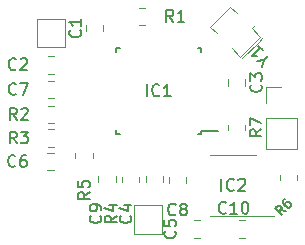
<source format=gbr>
%TF.GenerationSoftware,KiCad,Pcbnew,(6.0.9)*%
%TF.CreationDate,2024-03-30T18:12:03+01:00*%
%TF.ProjectId,HBW-IO-4-FM_Platine1,4842572d-494f-42d3-942d-464d5f506c61,rev?*%
%TF.SameCoordinates,Original*%
%TF.FileFunction,Legend,Top*%
%TF.FilePolarity,Positive*%
%FSLAX46Y46*%
G04 Gerber Fmt 4.6, Leading zero omitted, Abs format (unit mm)*
G04 Created by KiCad (PCBNEW (6.0.9)) date 2024-03-30 18:12:03*
%MOMM*%
%LPD*%
G01*
G04 APERTURE LIST*
%ADD10C,0.150000*%
%ADD11C,0.120000*%
G04 APERTURE END LIST*
D10*
%TO.C,C4*%
X131107142Y-99966666D02*
X131154761Y-100014285D01*
X131202380Y-100157142D01*
X131202380Y-100252380D01*
X131154761Y-100395238D01*
X131059523Y-100490476D01*
X130964285Y-100538095D01*
X130773809Y-100585714D01*
X130630952Y-100585714D01*
X130440476Y-100538095D01*
X130345238Y-100490476D01*
X130250000Y-100395238D01*
X130202380Y-100252380D01*
X130202380Y-100157142D01*
X130250000Y-100014285D01*
X130297619Y-99966666D01*
X130535714Y-99109523D02*
X131202380Y-99109523D01*
X130154761Y-99347619D02*
X130869047Y-99585714D01*
X130869047Y-98966666D01*
%TO.C,R2*%
X121483333Y-91852380D02*
X121150000Y-91376190D01*
X120911904Y-91852380D02*
X120911904Y-90852380D01*
X121292857Y-90852380D01*
X121388095Y-90900000D01*
X121435714Y-90947619D01*
X121483333Y-91042857D01*
X121483333Y-91185714D01*
X121435714Y-91280952D01*
X121388095Y-91328571D01*
X121292857Y-91376190D01*
X120911904Y-91376190D01*
X121864285Y-90947619D02*
X121911904Y-90900000D01*
X122007142Y-90852380D01*
X122245238Y-90852380D01*
X122340476Y-90900000D01*
X122388095Y-90947619D01*
X122435714Y-91042857D01*
X122435714Y-91138095D01*
X122388095Y-91280952D01*
X121816666Y-91852380D01*
X122435714Y-91852380D01*
%TO.C,R6*%
X144261624Y-99600186D02*
X143803688Y-99519374D01*
X143938375Y-99923435D02*
X143372690Y-99357749D01*
X143588189Y-99142250D01*
X143669001Y-99115312D01*
X143722876Y-99115312D01*
X143803688Y-99142250D01*
X143884500Y-99223062D01*
X143911438Y-99303874D01*
X143911438Y-99357749D01*
X143884500Y-99438561D01*
X143669001Y-99654061D01*
X144180812Y-98549627D02*
X144073062Y-98657377D01*
X144046125Y-98738189D01*
X144046125Y-98792064D01*
X144073062Y-98926751D01*
X144153874Y-99061438D01*
X144369374Y-99276937D01*
X144450186Y-99303874D01*
X144504061Y-99303874D01*
X144584873Y-99276937D01*
X144692622Y-99169187D01*
X144719560Y-99088375D01*
X144719560Y-99034500D01*
X144692622Y-98953688D01*
X144557935Y-98819001D01*
X144477123Y-98792064D01*
X144423248Y-98792064D01*
X144342436Y-98819001D01*
X144234687Y-98926751D01*
X144207749Y-99007563D01*
X144207749Y-99061438D01*
X144234687Y-99142250D01*
%TO.C,R3*%
X121483333Y-93852380D02*
X121150000Y-93376190D01*
X120911904Y-93852380D02*
X120911904Y-92852380D01*
X121292857Y-92852380D01*
X121388095Y-92900000D01*
X121435714Y-92947619D01*
X121483333Y-93042857D01*
X121483333Y-93185714D01*
X121435714Y-93280952D01*
X121388095Y-93328571D01*
X121292857Y-93376190D01*
X120911904Y-93376190D01*
X121816666Y-92852380D02*
X122435714Y-92852380D01*
X122102380Y-93233333D01*
X122245238Y-93233333D01*
X122340476Y-93280952D01*
X122388095Y-93328571D01*
X122435714Y-93423809D01*
X122435714Y-93661904D01*
X122388095Y-93757142D01*
X122340476Y-93804761D01*
X122245238Y-93852380D01*
X121959523Y-93852380D01*
X121864285Y-93804761D01*
X121816666Y-93757142D01*
%TO.C,C5*%
X134869642Y-101266666D02*
X134917261Y-101314285D01*
X134964880Y-101457142D01*
X134964880Y-101552380D01*
X134917261Y-101695238D01*
X134822023Y-101790476D01*
X134726785Y-101838095D01*
X134536309Y-101885714D01*
X134393452Y-101885714D01*
X134202976Y-101838095D01*
X134107738Y-101790476D01*
X134012500Y-101695238D01*
X133964880Y-101552380D01*
X133964880Y-101457142D01*
X134012500Y-101314285D01*
X134060119Y-101266666D01*
X133964880Y-100361904D02*
X133964880Y-100838095D01*
X134441071Y-100885714D01*
X134393452Y-100838095D01*
X134345833Y-100742857D01*
X134345833Y-100504761D01*
X134393452Y-100409523D01*
X134441071Y-100361904D01*
X134536309Y-100314285D01*
X134774404Y-100314285D01*
X134869642Y-100361904D01*
X134917261Y-100409523D01*
X134964880Y-100504761D01*
X134964880Y-100742857D01*
X134917261Y-100838095D01*
X134869642Y-100885714D01*
%TO.C,R4*%
X129952380Y-99966666D02*
X129476190Y-100300000D01*
X129952380Y-100538095D02*
X128952380Y-100538095D01*
X128952380Y-100157142D01*
X129000000Y-100061904D01*
X129047619Y-100014285D01*
X129142857Y-99966666D01*
X129285714Y-99966666D01*
X129380952Y-100014285D01*
X129428571Y-100061904D01*
X129476190Y-100157142D01*
X129476190Y-100538095D01*
X129285714Y-99109523D02*
X129952380Y-99109523D01*
X128904761Y-99347619D02*
X129619047Y-99585714D01*
X129619047Y-98966666D01*
%TO.C,C6*%
X121383333Y-95757142D02*
X121335714Y-95804761D01*
X121192857Y-95852380D01*
X121097619Y-95852380D01*
X120954761Y-95804761D01*
X120859523Y-95709523D01*
X120811904Y-95614285D01*
X120764285Y-95423809D01*
X120764285Y-95280952D01*
X120811904Y-95090476D01*
X120859523Y-94995238D01*
X120954761Y-94900000D01*
X121097619Y-94852380D01*
X121192857Y-94852380D01*
X121335714Y-94900000D01*
X121383333Y-94947619D01*
X122240476Y-94852380D02*
X122050000Y-94852380D01*
X121954761Y-94900000D01*
X121907142Y-94947619D01*
X121811904Y-95090476D01*
X121764285Y-95280952D01*
X121764285Y-95661904D01*
X121811904Y-95757142D01*
X121859523Y-95804761D01*
X121954761Y-95852380D01*
X122145238Y-95852380D01*
X122240476Y-95804761D01*
X122288095Y-95757142D01*
X122335714Y-95661904D01*
X122335714Y-95423809D01*
X122288095Y-95328571D01*
X122240476Y-95280952D01*
X122145238Y-95233333D01*
X121954761Y-95233333D01*
X121859523Y-95280952D01*
X121811904Y-95328571D01*
X121764285Y-95423809D01*
%TO.C,C1*%
X126857142Y-84266666D02*
X126904761Y-84314285D01*
X126952380Y-84457142D01*
X126952380Y-84552380D01*
X126904761Y-84695238D01*
X126809523Y-84790476D01*
X126714285Y-84838095D01*
X126523809Y-84885714D01*
X126380952Y-84885714D01*
X126190476Y-84838095D01*
X126095238Y-84790476D01*
X126000000Y-84695238D01*
X125952380Y-84552380D01*
X125952380Y-84457142D01*
X126000000Y-84314285D01*
X126047619Y-84266666D01*
X126952380Y-83314285D02*
X126952380Y-83885714D01*
X126952380Y-83600000D02*
X125952380Y-83600000D01*
X126095238Y-83695238D01*
X126190476Y-83790476D01*
X126238095Y-83885714D01*
%TO.C,Y1*%
X142419881Y-86753553D02*
X142756599Y-86416835D01*
X142285194Y-87359644D02*
X142419881Y-86753553D01*
X141813790Y-86888240D01*
X141914805Y-85575042D02*
X142318866Y-85979103D01*
X142116835Y-85777072D02*
X141409729Y-86484179D01*
X141578087Y-86450507D01*
X141712774Y-86450507D01*
X141813790Y-86484179D01*
%TO.C,C3*%
X142157142Y-88866666D02*
X142204761Y-88914285D01*
X142252380Y-89057142D01*
X142252380Y-89152380D01*
X142204761Y-89295238D01*
X142109523Y-89390476D01*
X142014285Y-89438095D01*
X141823809Y-89485714D01*
X141680952Y-89485714D01*
X141490476Y-89438095D01*
X141395238Y-89390476D01*
X141300000Y-89295238D01*
X141252380Y-89152380D01*
X141252380Y-89057142D01*
X141300000Y-88914285D01*
X141347619Y-88866666D01*
X141252380Y-88533333D02*
X141252380Y-87914285D01*
X141633333Y-88247619D01*
X141633333Y-88104761D01*
X141680952Y-88009523D01*
X141728571Y-87961904D01*
X141823809Y-87914285D01*
X142061904Y-87914285D01*
X142157142Y-87961904D01*
X142204761Y-88009523D01*
X142252380Y-88104761D01*
X142252380Y-88390476D01*
X142204761Y-88485714D01*
X142157142Y-88533333D01*
%TO.C,R1*%
X134733333Y-83552380D02*
X134400000Y-83076190D01*
X134161904Y-83552380D02*
X134161904Y-82552380D01*
X134542857Y-82552380D01*
X134638095Y-82600000D01*
X134685714Y-82647619D01*
X134733333Y-82742857D01*
X134733333Y-82885714D01*
X134685714Y-82980952D01*
X134638095Y-83028571D01*
X134542857Y-83076190D01*
X134161904Y-83076190D01*
X135685714Y-83552380D02*
X135114285Y-83552380D01*
X135400000Y-83552380D02*
X135400000Y-82552380D01*
X135304761Y-82695238D01*
X135209523Y-82790476D01*
X135114285Y-82838095D01*
%TO.C,R7*%
X142202380Y-92666666D02*
X141726190Y-93000000D01*
X142202380Y-93238095D02*
X141202380Y-93238095D01*
X141202380Y-92857142D01*
X141250000Y-92761904D01*
X141297619Y-92714285D01*
X141392857Y-92666666D01*
X141535714Y-92666666D01*
X141630952Y-92714285D01*
X141678571Y-92761904D01*
X141726190Y-92857142D01*
X141726190Y-93238095D01*
X141202380Y-92333333D02*
X141202380Y-91666666D01*
X142202380Y-92095238D01*
%TO.C,C7*%
X121433333Y-89657142D02*
X121385714Y-89704761D01*
X121242857Y-89752380D01*
X121147619Y-89752380D01*
X121004761Y-89704761D01*
X120909523Y-89609523D01*
X120861904Y-89514285D01*
X120814285Y-89323809D01*
X120814285Y-89180952D01*
X120861904Y-88990476D01*
X120909523Y-88895238D01*
X121004761Y-88800000D01*
X121147619Y-88752380D01*
X121242857Y-88752380D01*
X121385714Y-88800000D01*
X121433333Y-88847619D01*
X121766666Y-88752380D02*
X122433333Y-88752380D01*
X122004761Y-89752380D01*
%TO.C,C10*%
X139207142Y-99707142D02*
X139159523Y-99754761D01*
X139016666Y-99802380D01*
X138921428Y-99802380D01*
X138778571Y-99754761D01*
X138683333Y-99659523D01*
X138635714Y-99564285D01*
X138588095Y-99373809D01*
X138588095Y-99230952D01*
X138635714Y-99040476D01*
X138683333Y-98945238D01*
X138778571Y-98850000D01*
X138921428Y-98802380D01*
X139016666Y-98802380D01*
X139159523Y-98850000D01*
X139207142Y-98897619D01*
X140159523Y-99802380D02*
X139588095Y-99802380D01*
X139873809Y-99802380D02*
X139873809Y-98802380D01*
X139778571Y-98945238D01*
X139683333Y-99040476D01*
X139588095Y-99088095D01*
X140778571Y-98802380D02*
X140873809Y-98802380D01*
X140969047Y-98850000D01*
X141016666Y-98897619D01*
X141064285Y-98992857D01*
X141111904Y-99183333D01*
X141111904Y-99421428D01*
X141064285Y-99611904D01*
X141016666Y-99707142D01*
X140969047Y-99754761D01*
X140873809Y-99802380D01*
X140778571Y-99802380D01*
X140683333Y-99754761D01*
X140635714Y-99707142D01*
X140588095Y-99611904D01*
X140540476Y-99421428D01*
X140540476Y-99183333D01*
X140588095Y-98992857D01*
X140635714Y-98897619D01*
X140683333Y-98850000D01*
X140778571Y-98802380D01*
%TO.C,C2*%
X121433333Y-87557142D02*
X121385714Y-87604761D01*
X121242857Y-87652380D01*
X121147619Y-87652380D01*
X121004761Y-87604761D01*
X120909523Y-87509523D01*
X120861904Y-87414285D01*
X120814285Y-87223809D01*
X120814285Y-87080952D01*
X120861904Y-86890476D01*
X120909523Y-86795238D01*
X121004761Y-86700000D01*
X121147619Y-86652380D01*
X121242857Y-86652380D01*
X121385714Y-86700000D01*
X121433333Y-86747619D01*
X121814285Y-86747619D02*
X121861904Y-86700000D01*
X121957142Y-86652380D01*
X122195238Y-86652380D01*
X122290476Y-86700000D01*
X122338095Y-86747619D01*
X122385714Y-86842857D01*
X122385714Y-86938095D01*
X122338095Y-87080952D01*
X121766666Y-87652380D01*
X122385714Y-87652380D01*
%TO.C,C8*%
X134933333Y-99857142D02*
X134885714Y-99904761D01*
X134742857Y-99952380D01*
X134647619Y-99952380D01*
X134504761Y-99904761D01*
X134409523Y-99809523D01*
X134361904Y-99714285D01*
X134314285Y-99523809D01*
X134314285Y-99380952D01*
X134361904Y-99190476D01*
X134409523Y-99095238D01*
X134504761Y-99000000D01*
X134647619Y-98952380D01*
X134742857Y-98952380D01*
X134885714Y-99000000D01*
X134933333Y-99047619D01*
X135504761Y-99380952D02*
X135409523Y-99333333D01*
X135361904Y-99285714D01*
X135314285Y-99190476D01*
X135314285Y-99142857D01*
X135361904Y-99047619D01*
X135409523Y-99000000D01*
X135504761Y-98952380D01*
X135695238Y-98952380D01*
X135790476Y-99000000D01*
X135838095Y-99047619D01*
X135885714Y-99142857D01*
X135885714Y-99190476D01*
X135838095Y-99285714D01*
X135790476Y-99333333D01*
X135695238Y-99380952D01*
X135504761Y-99380952D01*
X135409523Y-99428571D01*
X135361904Y-99476190D01*
X135314285Y-99571428D01*
X135314285Y-99761904D01*
X135361904Y-99857142D01*
X135409523Y-99904761D01*
X135504761Y-99952380D01*
X135695238Y-99952380D01*
X135790476Y-99904761D01*
X135838095Y-99857142D01*
X135885714Y-99761904D01*
X135885714Y-99571428D01*
X135838095Y-99476190D01*
X135790476Y-99428571D01*
X135695238Y-99380952D01*
%TO.C,IC2*%
X138823809Y-97852380D02*
X138823809Y-96852380D01*
X139871428Y-97757142D02*
X139823809Y-97804761D01*
X139680952Y-97852380D01*
X139585714Y-97852380D01*
X139442857Y-97804761D01*
X139347619Y-97709523D01*
X139300000Y-97614285D01*
X139252380Y-97423809D01*
X139252380Y-97280952D01*
X139300000Y-97090476D01*
X139347619Y-96995238D01*
X139442857Y-96900000D01*
X139585714Y-96852380D01*
X139680952Y-96852380D01*
X139823809Y-96900000D01*
X139871428Y-96947619D01*
X140252380Y-96947619D02*
X140300000Y-96900000D01*
X140395238Y-96852380D01*
X140633333Y-96852380D01*
X140728571Y-96900000D01*
X140776190Y-96947619D01*
X140823809Y-97042857D01*
X140823809Y-97138095D01*
X140776190Y-97280952D01*
X140204761Y-97852380D01*
X140823809Y-97852380D01*
%TO.C,R5*%
X127652380Y-97966666D02*
X127176190Y-98300000D01*
X127652380Y-98538095D02*
X126652380Y-98538095D01*
X126652380Y-98157142D01*
X126700000Y-98061904D01*
X126747619Y-98014285D01*
X126842857Y-97966666D01*
X126985714Y-97966666D01*
X127080952Y-98014285D01*
X127128571Y-98061904D01*
X127176190Y-98157142D01*
X127176190Y-98538095D01*
X126652380Y-97061904D02*
X126652380Y-97538095D01*
X127128571Y-97585714D01*
X127080952Y-97538095D01*
X127033333Y-97442857D01*
X127033333Y-97204761D01*
X127080952Y-97109523D01*
X127128571Y-97061904D01*
X127223809Y-97014285D01*
X127461904Y-97014285D01*
X127557142Y-97061904D01*
X127604761Y-97109523D01*
X127652380Y-97204761D01*
X127652380Y-97442857D01*
X127604761Y-97538095D01*
X127557142Y-97585714D01*
%TO.C,IC1*%
X132523809Y-89852380D02*
X132523809Y-88852380D01*
X133571428Y-89757142D02*
X133523809Y-89804761D01*
X133380952Y-89852380D01*
X133285714Y-89852380D01*
X133142857Y-89804761D01*
X133047619Y-89709523D01*
X133000000Y-89614285D01*
X132952380Y-89423809D01*
X132952380Y-89280952D01*
X133000000Y-89090476D01*
X133047619Y-88995238D01*
X133142857Y-88900000D01*
X133285714Y-88852380D01*
X133380952Y-88852380D01*
X133523809Y-88900000D01*
X133571428Y-88947619D01*
X134523809Y-89852380D02*
X133952380Y-89852380D01*
X134238095Y-89852380D02*
X134238095Y-88852380D01*
X134142857Y-88995238D01*
X134047619Y-89090476D01*
X133952380Y-89138095D01*
%TO.C,C9*%
X128557142Y-99966666D02*
X128604761Y-100014285D01*
X128652380Y-100157142D01*
X128652380Y-100252380D01*
X128604761Y-100395238D01*
X128509523Y-100490476D01*
X128414285Y-100538095D01*
X128223809Y-100585714D01*
X128080952Y-100585714D01*
X127890476Y-100538095D01*
X127795238Y-100490476D01*
X127700000Y-100395238D01*
X127652380Y-100252380D01*
X127652380Y-100157142D01*
X127700000Y-100014285D01*
X127747619Y-99966666D01*
X128652380Y-99490476D02*
X128652380Y-99300000D01*
X128604761Y-99204761D01*
X128557142Y-99157142D01*
X128414285Y-99061904D01*
X128223809Y-99014285D01*
X127842857Y-99014285D01*
X127747619Y-99061904D01*
X127700000Y-99109523D01*
X127652380Y-99204761D01*
X127652380Y-99395238D01*
X127700000Y-99490476D01*
X127747619Y-99538095D01*
X127842857Y-99585714D01*
X128080952Y-99585714D01*
X128176190Y-99538095D01*
X128223809Y-99490476D01*
X128271428Y-99395238D01*
X128271428Y-99204761D01*
X128223809Y-99109523D01*
X128176190Y-99061904D01*
X128080952Y-99014285D01*
D11*
%TO.C,ST2*%
X133800000Y-101500000D02*
X131400000Y-101500000D01*
X131400000Y-101500000D02*
X131400000Y-99100000D01*
X131400000Y-99100000D02*
X133800000Y-99100000D01*
X133800000Y-99100000D02*
X133800000Y-101500000D01*
%TO.C,C4*%
X133872500Y-96638748D02*
X133872500Y-97161252D01*
X132402500Y-96638748D02*
X132402500Y-97161252D01*
%TO.C,R2*%
X124627064Y-90665000D02*
X124172936Y-90665000D01*
X124627064Y-92135000D02*
X124172936Y-92135000D01*
%TO.C,R6*%
X145235000Y-96977064D02*
X145235000Y-96522936D01*
X143765000Y-96977064D02*
X143765000Y-96522936D01*
%TO.C,R3*%
X124627064Y-94135000D02*
X124172936Y-94135000D01*
X124627064Y-92665000D02*
X124172936Y-92665000D01*
%TO.C,C5*%
X137011252Y-101835000D02*
X136488748Y-101835000D01*
X137011252Y-100365000D02*
X136488748Y-100365000D01*
%TO.C,R4*%
X131872500Y-96672936D02*
X131872500Y-97127064D01*
X130402500Y-96672936D02*
X130402500Y-97127064D01*
%TO.C,C6*%
X124611252Y-94665000D02*
X124088748Y-94665000D01*
X124611252Y-96135000D02*
X124088748Y-96135000D01*
%TO.C,C1*%
X127365000Y-83838748D02*
X127365000Y-84361252D01*
X128835000Y-83838748D02*
X128835000Y-84361252D01*
%TO.C,Y1*%
X140565685Y-86662742D02*
X141979899Y-85248528D01*
X141414214Y-84117157D02*
X141697056Y-83834315D01*
X137878680Y-83975736D02*
X139292893Y-82561522D01*
X141838478Y-85107107D02*
X140424264Y-86521320D01*
X138444365Y-84541421D02*
X137878680Y-83975736D01*
X141414214Y-84117157D02*
X142121320Y-84824264D01*
X141838478Y-85107107D02*
X142121320Y-84824264D01*
X139575736Y-82278680D02*
X140141421Y-82844365D01*
X141979899Y-85248528D02*
X142262742Y-84965685D01*
X140424264Y-86521320D02*
X139717157Y-85814214D01*
X139292893Y-82561522D02*
X139575736Y-82278680D01*
%TO.C,C3*%
X139365000Y-88961252D02*
X139365000Y-88438748D01*
X140835000Y-88961252D02*
X140835000Y-88438748D01*
%TO.C,R1*%
X132327064Y-82365000D02*
X131872936Y-82365000D01*
X132327064Y-83835000D02*
X131872936Y-83835000D01*
%TO.C,R7*%
X139365000Y-92272936D02*
X139365000Y-92727064D01*
X140835000Y-92272936D02*
X140835000Y-92727064D01*
%TO.C,J1*%
X142570000Y-91695000D02*
X142570000Y-94295000D01*
X142570000Y-94295000D02*
X145230000Y-94295000D01*
X142570000Y-90425000D02*
X142570000Y-89095000D01*
X145230000Y-91695000D02*
X145230000Y-94295000D01*
X142570000Y-91695000D02*
X145230000Y-91695000D01*
X142570000Y-89095000D02*
X143900000Y-89095000D01*
%TO.C,ST1*%
X125600000Y-85700000D02*
X123200000Y-85700000D01*
X123200000Y-85700000D02*
X123200000Y-83300000D01*
X125600000Y-83300000D02*
X125600000Y-85700000D01*
X123200000Y-83300000D02*
X125600000Y-83300000D01*
%TO.C,C7*%
X124661252Y-90035000D02*
X124138748Y-90035000D01*
X124661252Y-88565000D02*
X124138748Y-88565000D01*
%TO.C,C10*%
X140276248Y-100365000D02*
X140798752Y-100365000D01*
X140276248Y-101835000D02*
X140798752Y-101835000D01*
%TO.C,C2*%
X124138748Y-87935000D02*
X124661252Y-87935000D01*
X124138748Y-86465000D02*
X124661252Y-86465000D01*
%TO.C,C8*%
X134365000Y-96676248D02*
X134365000Y-97198752D01*
X135835000Y-96676248D02*
X135835000Y-97198752D01*
%TO.C,IC2*%
X139800000Y-94840000D02*
X141750000Y-94840000D01*
X139800000Y-99960000D02*
X137850000Y-99960000D01*
X139800000Y-94840000D02*
X137850000Y-94840000D01*
X139800000Y-99960000D02*
X143250000Y-99960000D01*
%TO.C,R5*%
X127935000Y-95127064D02*
X127935000Y-94672936D01*
X126465000Y-95127064D02*
X126465000Y-94672936D01*
D10*
%TO.C,IC1*%
X137125000Y-85775000D02*
X137125000Y-86100000D01*
X129875000Y-93025000D02*
X130200000Y-93025000D01*
X129875000Y-85775000D02*
X130200000Y-85775000D01*
X137125000Y-92800000D02*
X138550000Y-92800000D01*
X137125000Y-93025000D02*
X137125000Y-92800000D01*
X129875000Y-85775000D02*
X129875000Y-86100000D01*
X137125000Y-93025000D02*
X136800000Y-93025000D01*
X129875000Y-93025000D02*
X129875000Y-92700000D01*
X137125000Y-85775000D02*
X136800000Y-85775000D01*
D11*
%TO.C,C9*%
X128402500Y-96638748D02*
X128402500Y-97161252D01*
X129872500Y-96638748D02*
X129872500Y-97161252D01*
%TD*%
M02*

</source>
